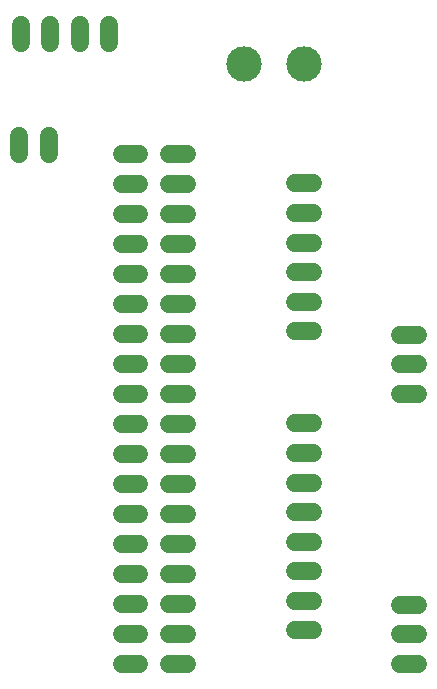
<source format=gbr>
G04 EAGLE Gerber X2 export*
%TF.Part,Single*%
%TF.FileFunction,Copper,L1,Top,Mixed*%
%TF.FilePolarity,Positive*%
%TF.GenerationSoftware,Autodesk,EAGLE,8.6.3*%
%TF.CreationDate,2019-03-16T18:42:50Z*%
G75*
%MOMM*%
%FSLAX34Y34*%
%LPD*%
%AMOC8*
5,1,8,0,0,1.08239X$1,22.5*%
G01*
%ADD10C,3.000000*%
%ADD11C,1.508000*%


D10*
X222250Y539750D03*
X273050Y539750D03*
D11*
X133350Y463550D02*
X118270Y463550D01*
X118270Y438150D02*
X133350Y438150D01*
X133350Y412750D02*
X118270Y412750D01*
X118270Y387350D02*
X133350Y387350D01*
X133350Y361950D02*
X118270Y361950D01*
X118270Y336550D02*
X133350Y336550D01*
X133350Y311150D02*
X118270Y311150D01*
X118270Y285750D02*
X133350Y285750D01*
X133350Y260350D02*
X118270Y260350D01*
X118270Y234950D02*
X133350Y234950D01*
X133350Y209550D02*
X118270Y209550D01*
X118270Y184150D02*
X133350Y184150D01*
X133350Y158750D02*
X118270Y158750D01*
X118270Y133350D02*
X133350Y133350D01*
X133350Y107950D02*
X118270Y107950D01*
X118270Y82550D02*
X133350Y82550D01*
X133350Y57150D02*
X118270Y57150D01*
X118270Y31750D02*
X133350Y31750D01*
X158750Y31750D02*
X173830Y31750D01*
X173830Y57150D02*
X158750Y57150D01*
X158750Y82550D02*
X173830Y82550D01*
X173830Y107950D02*
X158750Y107950D01*
X158750Y133350D02*
X173830Y133350D01*
X173830Y158750D02*
X158750Y158750D01*
X158750Y184150D02*
X173830Y184150D01*
X173830Y209550D02*
X158750Y209550D01*
X158750Y234950D02*
X173830Y234950D01*
X173830Y260350D02*
X158750Y260350D01*
X158750Y285750D02*
X173830Y285750D01*
X173830Y311150D02*
X158750Y311150D01*
X158750Y336550D02*
X173830Y336550D01*
X173830Y361950D02*
X158750Y361950D01*
X158750Y387350D02*
X173830Y387350D01*
X173830Y412750D02*
X158750Y412750D01*
X158750Y438150D02*
X173830Y438150D01*
X173830Y463550D02*
X158750Y463550D01*
X57150Y463550D02*
X57150Y478630D01*
X31750Y478630D02*
X31750Y463550D01*
X265510Y338150D02*
X280590Y338150D01*
X280590Y363150D02*
X265510Y363150D01*
X265510Y388150D02*
X280590Y388150D01*
X280590Y413150D02*
X265510Y413150D01*
X265510Y438550D02*
X280590Y438550D01*
X280590Y313150D02*
X265510Y313150D01*
X32950Y557610D02*
X32950Y572690D01*
X57950Y572690D02*
X57950Y557610D01*
X82950Y557610D02*
X82950Y572690D01*
X107950Y572690D02*
X107950Y557610D01*
X265510Y134950D02*
X280590Y134950D01*
X280590Y159950D02*
X265510Y159950D01*
X265510Y184950D02*
X280590Y184950D01*
X280590Y209950D02*
X265510Y209950D01*
X265510Y235350D02*
X280590Y235350D01*
X280590Y109950D02*
X265510Y109950D01*
X265510Y84950D02*
X280590Y84950D01*
X280590Y59950D02*
X265510Y59950D01*
X354410Y81750D02*
X369490Y81750D01*
X369490Y56750D02*
X354410Y56750D01*
X354410Y31750D02*
X369490Y31750D01*
X369490Y310350D02*
X354410Y310350D01*
X354410Y285350D02*
X369490Y285350D01*
X369490Y260350D02*
X354410Y260350D01*
M02*

</source>
